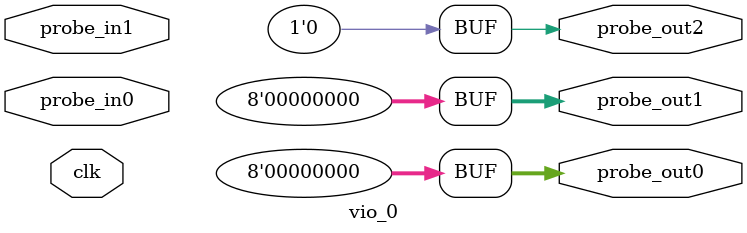
<source format=v>
`timescale 1ns / 1ps
module vio_0 (
clk,
probe_in0,probe_in1,
probe_out0,
probe_out1,
probe_out2
);

input clk;
input [7 : 0] probe_in0;
input [0 : 0] probe_in1;

output reg [7 : 0] probe_out0 = 'h00 ;
output reg [7 : 0] probe_out1 = 'h00 ;
output reg [0 : 0] probe_out2 = 'h0 ;


endmodule

</source>
